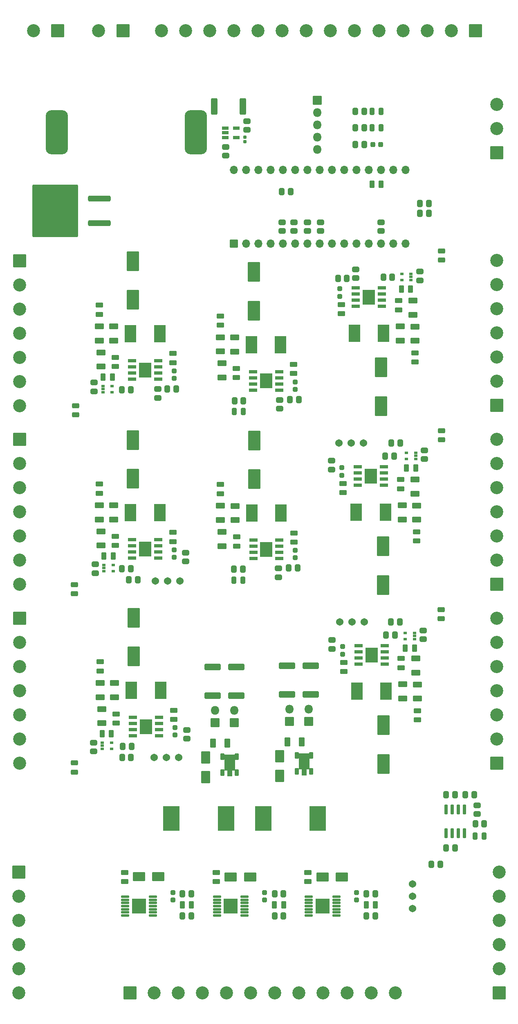
<source format=gbr>
%TF.GenerationSoftware,KiCad,Pcbnew,(7.0.0-0)*%
%TF.CreationDate,2023-04-05T17:09:17+01:00*%
%TF.ProjectId,pipcb,70697063-622e-46b6-9963-61645f706362,rev?*%
%TF.SameCoordinates,Original*%
%TF.FileFunction,Soldermask,Top*%
%TF.FilePolarity,Negative*%
%FSLAX46Y46*%
G04 Gerber Fmt 4.6, Leading zero omitted, Abs format (unit mm)*
G04 Created by KiCad (PCBNEW (7.0.0-0)) date 2023-04-05 17:09:17*
%MOMM*%
%LPD*%
G01*
G04 APERTURE LIST*
G04 Aperture macros list*
%AMRoundRect*
0 Rectangle with rounded corners*
0 $1 Rounding radius*
0 $2 $3 $4 $5 $6 $7 $8 $9 X,Y pos of 4 corners*
0 Add a 4 corners polygon primitive as box body*
4,1,4,$2,$3,$4,$5,$6,$7,$8,$9,$2,$3,0*
0 Add four circle primitives for the rounded corners*
1,1,$1+$1,$2,$3*
1,1,$1+$1,$4,$5*
1,1,$1+$1,$6,$7*
1,1,$1+$1,$8,$9*
0 Add four rect primitives between the rounded corners*
20,1,$1+$1,$2,$3,$4,$5,0*
20,1,$1+$1,$4,$5,$6,$7,0*
20,1,$1+$1,$6,$7,$8,$9,0*
20,1,$1+$1,$8,$9,$2,$3,0*%
G04 Aperture macros list end*
%ADD10C,0.001000*%
%ADD11C,1.540000*%
%ADD12RoundRect,0.300000X0.262500X0.450000X-0.262500X0.450000X-0.262500X-0.450000X0.262500X-0.450000X0*%
%ADD13RoundRect,0.300000X-0.450000X0.262500X-0.450000X-0.262500X0.450000X-0.262500X0.450000X0.262500X0*%
%ADD14C,2.700000*%
%ADD15RoundRect,0.050000X1.300000X1.300000X-1.300000X1.300000X-1.300000X-1.300000X1.300000X-1.300000X0*%
%ADD16RoundRect,0.300000X0.450000X-0.262500X0.450000X0.262500X-0.450000X0.262500X-0.450000X-0.262500X0*%
%ADD17RoundRect,0.050000X0.775000X0.300000X-0.775000X0.300000X-0.775000X-0.300000X0.775000X-0.300000X0*%
%ADD18R,2.600000X3.100000*%
%ADD19RoundRect,0.300000X-0.650000X0.325000X-0.650000X-0.325000X0.650000X-0.325000X0.650000X0.325000X0*%
%ADD20RoundRect,0.300000X-0.475000X0.250000X-0.475000X-0.250000X0.475000X-0.250000X0.475000X0.250000X0*%
%ADD21RoundRect,0.300000X-1.000000X1.750000X-1.000000X-1.750000X1.000000X-1.750000X1.000000X1.750000X0*%
%ADD22RoundRect,0.293750X-0.456250X0.243750X-0.456250X-0.243750X0.456250X-0.243750X0.456250X0.243750X0*%
%ADD23RoundRect,0.050000X1.300000X-1.300000X1.300000X1.300000X-1.300000X1.300000X-1.300000X-1.300000X0*%
%ADD24RoundRect,0.300000X-1.000000X-0.650000X1.000000X-0.650000X1.000000X0.650000X-1.000000X0.650000X0*%
%ADD25RoundRect,0.293750X0.456250X-0.243750X0.456250X0.243750X-0.456250X0.243750X-0.456250X-0.243750X0*%
%ADD26RoundRect,0.050000X0.325000X0.200000X-0.325000X0.200000X-0.325000X-0.200000X0.325000X-0.200000X0*%
%ADD27RoundRect,0.293750X-0.243750X-0.456250X0.243750X-0.456250X0.243750X0.456250X-0.243750X0.456250X0*%
%ADD28RoundRect,0.300000X0.475000X-0.250000X0.475000X0.250000X-0.475000X0.250000X-0.475000X-0.250000X0*%
%ADD29RoundRect,0.300000X-0.262500X-0.450000X0.262500X-0.450000X0.262500X0.450000X-0.262500X0.450000X0*%
%ADD30RoundRect,0.275000X-0.250000X0.225000X-0.250000X-0.225000X0.250000X-0.225000X0.250000X0.225000X0*%
%ADD31RoundRect,0.300000X0.650000X-0.325000X0.650000X0.325000X-0.650000X0.325000X-0.650000X-0.325000X0*%
%ADD32RoundRect,0.050000X0.340000X-0.600000X0.340000X0.600000X-0.340000X0.600000X-0.340000X-0.600000X0*%
%ADD33RoundRect,0.300000X1.000000X-1.750000X1.000000X1.750000X-1.000000X1.750000X-1.000000X-1.750000X0*%
%ADD34RoundRect,0.300000X-0.250000X-0.475000X0.250000X-0.475000X0.250000X0.475000X-0.250000X0.475000X0*%
%ADD35RoundRect,0.300000X0.250000X0.475000X-0.250000X0.475000X-0.250000X-0.475000X0.250000X-0.475000X0*%
%ADD36RoundRect,0.050000X-1.175000X-1.750000X1.175000X-1.750000X1.175000X1.750000X-1.175000X1.750000X0*%
%ADD37RoundRect,0.275000X0.250000X-0.225000X0.250000X0.225000X-0.250000X0.225000X-0.250000X-0.225000X0*%
%ADD38RoundRect,0.050000X1.175000X1.750000X-1.175000X1.750000X-1.175000X-1.750000X1.175000X-1.750000X0*%
%ADD39RoundRect,0.050000X-1.300000X-1.300000X1.300000X-1.300000X1.300000X1.300000X-1.300000X1.300000X0*%
%ADD40RoundRect,0.300000X-0.325000X-0.650000X0.325000X-0.650000X0.325000X0.650000X-0.325000X0.650000X0*%
%ADD41RoundRect,0.300000X-1.425000X0.362500X-1.425000X-0.362500X1.425000X-0.362500X1.425000X0.362500X0*%
%ADD42RoundRect,0.050000X1.650000X2.500000X-1.650000X2.500000X-1.650000X-2.500000X1.650000X-2.500000X0*%
%ADD43RoundRect,0.050000X-0.325000X-0.200000X0.325000X-0.200000X0.325000X0.200000X-0.325000X0.200000X0*%
%ADD44RoundRect,0.300000X2.050000X0.300000X-2.050000X0.300000X-2.050000X-0.300000X2.050000X-0.300000X0*%
%ADD45RoundRect,0.300002X4.449998X5.149998X-4.449998X5.149998X-4.449998X-5.149998X4.449998X-5.149998X0*%
%ADD46RoundRect,0.050000X-0.775000X-0.300000X0.775000X-0.300000X0.775000X0.300000X-0.775000X0.300000X0*%
%ADD47RoundRect,0.050000X-1.300000X1.300000X-1.300000X-1.300000X1.300000X-1.300000X1.300000X1.300000X0*%
%ADD48RoundRect,0.293750X0.243750X0.456250X-0.243750X0.456250X-0.243750X-0.456250X0.243750X-0.456250X0*%
%ADD49RoundRect,0.200000X0.150000X-0.825000X0.150000X0.825000X-0.150000X0.825000X-0.150000X-0.825000X0*%
%ADD50O,1.800000X1.800000*%
%ADD51RoundRect,0.050000X0.850000X0.850000X-0.850000X0.850000X-0.850000X-0.850000X0.850000X-0.850000X0*%
%ADD52RoundRect,0.300000X-0.650000X1.000000X-0.650000X-1.000000X0.650000X-1.000000X0.650000X1.000000X0*%
%ADD53RoundRect,0.150000X0.687500X0.100000X-0.687500X0.100000X-0.687500X-0.100000X0.687500X-0.100000X0*%
%ADD54R,3.000000X3.100000*%
%ADD55RoundRect,0.200000X-0.512500X-0.150000X0.512500X-0.150000X0.512500X0.150000X-0.512500X0.150000X0*%
%ADD56RoundRect,0.050000X-0.850000X-0.850000X0.850000X-0.850000X0.850000X0.850000X-0.850000X0.850000X0*%
%ADD57RoundRect,0.300000X0.362500X1.425000X-0.362500X1.425000X-0.362500X-1.425000X0.362500X-1.425000X0*%
%ADD58RoundRect,0.268750X0.218750X0.256250X-0.218750X0.256250X-0.218750X-0.256250X0.218750X-0.256250X0*%
%ADD59RoundRect,0.190000X-0.170000X0.140000X-0.170000X-0.140000X0.170000X-0.140000X0.170000X0.140000X0*%
%ADD60RoundRect,1.175000X-1.125000X-3.375000X1.125000X-3.375000X1.125000X3.375000X-1.125000X3.375000X0*%
%ADD61O,1.700000X1.700000*%
%ADD62RoundRect,0.050000X0.800000X-0.800000X0.800000X0.800000X-0.800000X0.800000X-0.800000X-0.800000X0*%
G04 APERTURE END LIST*
%TO.C,U22*%
G36*
X65605001Y-118177500D02*
G01*
X64980001Y-118177500D01*
X64980001Y-119377500D01*
X64100001Y-119377500D01*
X64100001Y-118177500D01*
X63475001Y-118177500D01*
X63475001Y-114927500D01*
X65605001Y-114927500D01*
X65605001Y-118177500D01*
G37*
D10*
X65605001Y-118177500D02*
X64980001Y-118177500D01*
X64980001Y-119377500D01*
X64100001Y-119377500D01*
X64100001Y-118177500D01*
X63475001Y-118177500D01*
X63475001Y-114927500D01*
X65605001Y-114927500D01*
X65605001Y-118177500D01*
%TO.C,U13*%
G36*
X50205000Y-118415000D02*
G01*
X49580000Y-118415000D01*
X49580000Y-119615000D01*
X48700000Y-119615000D01*
X48700000Y-118415000D01*
X48075000Y-118415000D01*
X48075000Y-115165000D01*
X50205000Y-115165000D01*
X50205000Y-118415000D01*
G37*
X50205000Y-118415000D02*
X49580000Y-118415000D01*
X49580000Y-119615000D01*
X48700000Y-119615000D01*
X48700000Y-118415000D01*
X48075000Y-118415000D01*
X48075000Y-115165000D01*
X50205000Y-115165000D01*
X50205000Y-118415000D01*
%TD*%
D11*
%TO.C,RV6*%
X33790000Y-79250000D03*
X36330000Y-79250000D03*
X38870000Y-79250000D03*
%TD*%
%TO.C,RV9*%
X77040000Y-87750000D03*
X74500000Y-87750000D03*
X71960000Y-87750000D03*
%TD*%
%TO.C,RV7*%
X76870000Y-50750000D03*
X74330000Y-50750000D03*
X71790000Y-50750000D03*
%TD*%
%TO.C,RV8*%
X33500000Y-115750000D03*
X36040000Y-115750000D03*
X38580000Y-115750000D03*
%TD*%
%TO.C,RV1*%
X87000000Y-146980000D03*
X87000000Y-144440000D03*
X87000000Y-141900000D03*
%TD*%
D12*
%TO.C,R23*%
X81377500Y-53500000D03*
X83202500Y-53500000D03*
%TD*%
D13*
%TO.C,R2*%
X68000000Y-6912500D03*
X68000000Y-5087500D03*
%TD*%
D14*
%TO.C,J1*%
X22040000Y34500000D03*
D15*
X27040000Y34500000D03*
%TD*%
D16*
%TO.C,R58*%
X40290000Y-110087500D03*
X40290000Y-111912500D03*
%TD*%
D17*
%TO.C,U17*%
X75690000Y-59505000D03*
X75690000Y-58235000D03*
X75690000Y-56965000D03*
X75690000Y-55695000D03*
X81090000Y-55695000D03*
X81090000Y-56965000D03*
X81090000Y-58235000D03*
X81090000Y-59505000D03*
D18*
X78389999Y-57599999D03*
%TD*%
D12*
%TO.C,R59*%
X82540000Y-87750000D03*
X84365000Y-87750000D03*
%TD*%
D19*
%TO.C,C86*%
X47246250Y-66675000D03*
X47246250Y-63725000D03*
%TD*%
D20*
%TO.C,C84*%
X62471250Y-71250000D03*
X62471250Y-69350000D03*
%TD*%
D21*
%TO.C,C102*%
X80890000Y-80125000D03*
X80890000Y-72125000D03*
%TD*%
D22*
%TO.C,D10*%
X17040000Y-81937500D03*
X17040000Y-80062500D03*
%TD*%
D14*
%TO.C,J5*%
X104500000Y-50000000D03*
X104500000Y-55000000D03*
X104500000Y-60000000D03*
X104500000Y-65000000D03*
X104500000Y-70000000D03*
X104500000Y-75000000D03*
D23*
X104500000Y-80000000D03*
%TD*%
D24*
%TO.C,D7*%
X53387500Y-140500000D03*
X49387500Y-140500000D03*
%TD*%
D25*
%TO.C,D11*%
X93040000Y-48212500D03*
X93040000Y-50087500D03*
%TD*%
D21*
%TO.C,C100*%
X80489999Y-43125000D03*
X80489999Y-35125000D03*
%TD*%
D26*
%TO.C,U9*%
X85790000Y-54050000D03*
X85790000Y-52750000D03*
X87690000Y-52750000D03*
X87690000Y-53400000D03*
X87690000Y-54050000D03*
%TD*%
D27*
%TO.C,D15*%
X51977500Y-44250000D03*
X50102500Y-44250000D03*
%TD*%
D28*
%TO.C,C3*%
X27387500Y-139550000D03*
X27387500Y-141450000D03*
%TD*%
D29*
%TO.C,R11*%
X41212500Y-144000000D03*
X39387500Y-144000000D03*
%TD*%
D30*
%TO.C,C89*%
X62746250Y-74500000D03*
X62746250Y-72950000D03*
%TD*%
D29*
%TO.C,R14*%
X79300000Y-148500000D03*
X77475000Y-148500000D03*
%TD*%
%TO.C,R22*%
X28662500Y-76750000D03*
X26837500Y-76750000D03*
%TD*%
D31*
%TO.C,C82*%
X47596250Y-69100000D03*
X47596250Y-72050000D03*
%TD*%
D19*
%TO.C,C94*%
X47190000Y-31825000D03*
X47190000Y-28875000D03*
%TD*%
D32*
%TO.C,U22*%
X63040001Y-115377500D03*
X66040001Y-115377500D03*
X66040001Y-118677500D03*
X63040001Y-118677500D03*
%TD*%
D19*
%TO.C,C58*%
X87540000Y-61250000D03*
X87540000Y-58300000D03*
%TD*%
D13*
%TO.C,R54*%
X70290000Y-56250000D03*
X70290000Y-54425000D03*
%TD*%
D12*
%TO.C,R25*%
X81517500Y-90500000D03*
X83342500Y-90500000D03*
%TD*%
D16*
%TO.C,R69*%
X48290000Y10500000D03*
X48290000Y8675000D03*
%TD*%
D26*
%TO.C,U7*%
X84790000Y-17050000D03*
X84790000Y-15750000D03*
X86690000Y-15750000D03*
X86690000Y-16400000D03*
X86690000Y-17050000D03*
%TD*%
D33*
%TO.C,C101*%
X29150000Y-50125000D03*
X29150000Y-58125000D03*
%TD*%
D28*
%TO.C,C53*%
X22150000Y-59225000D03*
X22150000Y-61125000D03*
%TD*%
D20*
%TO.C,C59*%
X84540000Y-60200000D03*
X84540000Y-58300000D03*
%TD*%
D29*
%TO.C,R62*%
X63202500Y-76600000D03*
X61377500Y-76600000D03*
%TD*%
D34*
%TO.C,C12*%
X86640000Y-18900000D03*
X84740000Y-18900000D03*
%TD*%
D35*
%TO.C,C13*%
X23140000Y-74100000D03*
X25040000Y-74100000D03*
%TD*%
D20*
%TO.C,C52*%
X37375000Y-71150000D03*
X37375000Y-69250000D03*
%TD*%
D28*
%TO.C,C69*%
X22315000Y-95975000D03*
X22315000Y-97875000D03*
%TD*%
D36*
%TO.C,L19*%
X81555000Y-102100000D03*
X75505000Y-102100000D03*
%TD*%
D28*
%TO.C,C51*%
X25500000Y-70050000D03*
X25500000Y-71950000D03*
%TD*%
D37*
%TO.C,C65*%
X72390000Y-55850000D03*
X72390000Y-57400000D03*
%TD*%
D30*
%TO.C,C7*%
X56387500Y-145275000D03*
X56387500Y-143725000D03*
%TD*%
D35*
%TO.C,C11*%
X22940000Y-37100000D03*
X24840000Y-37100000D03*
%TD*%
D31*
%TO.C,C90*%
X47540000Y-34250000D03*
X47540000Y-37200000D03*
%TD*%
%TO.C,C50*%
X22500000Y-69000000D03*
X22500000Y-71950000D03*
%TD*%
D24*
%TO.C,D6*%
X34387500Y-140450000D03*
X30387500Y-140450000D03*
%TD*%
D22*
%TO.C,D12*%
X17040000Y-118787500D03*
X17040000Y-116912500D03*
%TD*%
D16*
%TO.C,R20*%
X100375000Y-125675000D03*
X100375000Y-127500000D03*
%TD*%
D29*
%TO.C,R55*%
X30115000Y-79000000D03*
X28290000Y-79000000D03*
%TD*%
D31*
%TO.C,C66*%
X22665000Y-105750000D03*
X22665000Y-108700000D03*
%TD*%
D19*
%TO.C,C42*%
X87140000Y-24250000D03*
X87140000Y-21300000D03*
%TD*%
D31*
%TO.C,C47*%
X84489999Y-26650000D03*
X84489999Y-29600000D03*
%TD*%
D34*
%TO.C,C16*%
X87440000Y-93150000D03*
X85540000Y-93150000D03*
%TD*%
D26*
%TO.C,U11*%
X85540000Y-91300000D03*
X85540000Y-90000000D03*
X87440000Y-90000000D03*
X87440000Y-90650000D03*
X87440000Y-91300000D03*
%TD*%
D20*
%TO.C,C36*%
X37375000Y-34150000D03*
X37375000Y-32250000D03*
%TD*%
D17*
%TO.C,U19*%
X75830000Y-96505000D03*
X75830000Y-95235000D03*
X75830000Y-93965000D03*
X75830000Y-92695000D03*
X81230000Y-92695000D03*
X81230000Y-93965000D03*
X81230000Y-95235000D03*
X81230000Y-96505000D03*
D18*
X78529999Y-94599999D03*
%TD*%
D14*
%TO.C,J7*%
X104500000Y-87000000D03*
X104500000Y-92000000D03*
X104500000Y-97000000D03*
X104500000Y-102000000D03*
X104500000Y-107000000D03*
X104500000Y-112000000D03*
D23*
X104500000Y-117000000D03*
%TD*%
D38*
%TO.C,L14*%
X28625000Y-28150000D03*
X34675000Y-28150000D03*
%TD*%
D14*
%TO.C,J10*%
X104500000Y19250000D03*
X104500000Y14250000D03*
D23*
X104500000Y9250000D03*
%TD*%
D30*
%TO.C,C97*%
X62690000Y-39650000D03*
X62690000Y-38100000D03*
%TD*%
D13*
%TO.C,R4*%
X65250000Y-6912500D03*
X65250000Y-5087500D03*
%TD*%
D20*
%TO.C,C77*%
X88030000Y-108025000D03*
X88030000Y-106125000D03*
%TD*%
D30*
%TO.C,C57*%
X37650000Y-74400000D03*
X37650000Y-72850000D03*
%TD*%
D12*
%TO.C,R46*%
X59965000Y1250000D03*
X61790000Y1250000D03*
%TD*%
D16*
%TO.C,R30*%
X21340000Y-75850000D03*
X21340000Y-77675000D03*
%TD*%
D13*
%TO.C,R60*%
X70340000Y-93312500D03*
X70340000Y-91487500D03*
%TD*%
D20*
%TO.C,C68*%
X37540000Y-107900000D03*
X37540000Y-106000000D03*
%TD*%
D14*
%TO.C,J11*%
X83500000Y-164500000D03*
X78500000Y-164500000D03*
X73500000Y-164500000D03*
X68500000Y-164500000D03*
X63500000Y-164500000D03*
X58500000Y-164500000D03*
X53500000Y-164500000D03*
X48500000Y-164500000D03*
X43500000Y-164500000D03*
X38500000Y-164500000D03*
X33500000Y-164500000D03*
D39*
X28500000Y-164500000D03*
%TD*%
D40*
%TO.C,C32*%
X48690000Y-112800000D03*
X45740000Y-112800000D03*
%TD*%
D41*
%TO.C,R68*%
X61050001Y-102725000D03*
X61050001Y-96800000D03*
%TD*%
D28*
%TO.C,C76*%
X72805000Y-96100000D03*
X72805000Y-98000000D03*
%TD*%
D42*
%TO.C,L23*%
X56090000Y-128400000D03*
X67390000Y-128400000D03*
%TD*%
D31*
%TO.C,C78*%
X88030000Y-100675000D03*
X88030000Y-103625000D03*
%TD*%
D34*
%TO.C,C2*%
X41250000Y-146250000D03*
X39350000Y-146250000D03*
%TD*%
D33*
%TO.C,C106*%
X54190000Y-15375000D03*
X54190000Y-23375000D03*
%TD*%
D43*
%TO.C,U6*%
X24790000Y-38950000D03*
X24790000Y-40250000D03*
X22890000Y-40250000D03*
X22890000Y-39600000D03*
X22890000Y-38950000D03*
%TD*%
D28*
%TO.C,C85*%
X47246250Y-59325000D03*
X47246250Y-61225000D03*
%TD*%
D44*
%TO.C,Q1*%
X22190000Y-210000D03*
D45*
X13040000Y-2750000D03*
D44*
X22190000Y-5290000D03*
%TD*%
D46*
%TO.C,U16*%
X34350000Y-70745000D03*
X34350000Y-72015000D03*
X34350000Y-73285000D03*
X34350000Y-74555000D03*
X28950000Y-74555000D03*
X28950000Y-73285000D03*
X28950000Y-72015000D03*
X28950000Y-70745000D03*
D18*
X31649999Y-72649999D03*
%TD*%
D14*
%TO.C,J9*%
X5500000Y-164500000D03*
X5500000Y-159500000D03*
X5500000Y-154500000D03*
X5500000Y-149500000D03*
X5500000Y-144500000D03*
D47*
X5500000Y-139500000D03*
%TD*%
D20*
%TO.C,C45*%
X87489999Y-34025000D03*
X87489999Y-32125000D03*
%TD*%
D29*
%TO.C,R13*%
X60300000Y-144000000D03*
X58475000Y-144000000D03*
%TD*%
D31*
%TO.C,C46*%
X87490000Y-26675000D03*
X87490000Y-29625000D03*
%TD*%
D19*
%TO.C,C54*%
X22150000Y-66575000D03*
X22150000Y-63625000D03*
%TD*%
D48*
%TO.C,D3*%
X78665000Y14416668D03*
X80540000Y14416668D03*
%TD*%
D16*
%TO.C,R48*%
X34250000Y-39587500D03*
X34250000Y-41412500D03*
%TD*%
D49*
%TO.C,U5*%
X93970000Y-126525000D03*
X95240000Y-126525000D03*
X96510000Y-126525000D03*
X97780000Y-126525000D03*
X97780000Y-131475000D03*
X96510000Y-131475000D03*
X95240000Y-131475000D03*
X93970000Y-131475000D03*
%TD*%
D14*
%TO.C,J3*%
X104500000Y-13000000D03*
X104500000Y-18000000D03*
X104500000Y-23000000D03*
X104500000Y-28000000D03*
X104500000Y-33000000D03*
X104500000Y-38000000D03*
D23*
X104500000Y-43000000D03*
%TD*%
D13*
%TO.C,R50*%
X75250000Y-16662500D03*
X75250000Y-14837500D03*
%TD*%
%TO.C,R33*%
X89240000Y-91312500D03*
X89240000Y-89487500D03*
%TD*%
D16*
%TO.C,R70*%
X52740000Y15815000D03*
X52740000Y13990000D03*
%TD*%
D20*
%TO.C,C61*%
X87890000Y-71025000D03*
X87890000Y-69125000D03*
%TD*%
D12*
%TO.C,R52*%
X71587500Y-16750000D03*
X73412500Y-16750000D03*
%TD*%
D31*
%TO.C,C63*%
X84890000Y-63650000D03*
X84890000Y-66600000D03*
%TD*%
D12*
%TO.C,R53*%
X82627500Y-50750000D03*
X84452500Y-50750000D03*
%TD*%
D19*
%TO.C,C39*%
X22150000Y-29575000D03*
X22150000Y-26625000D03*
%TD*%
D16*
%TO.C,R28*%
X21040000Y-38250000D03*
X21040000Y-40075000D03*
%TD*%
%TO.C,R63*%
X59540000Y-41837500D03*
X59540000Y-43662500D03*
%TD*%
D14*
%TO.C,J13*%
X8540000Y34500000D03*
D15*
X13540000Y34500000D03*
%TD*%
D42*
%TO.C,L22*%
X37090000Y-128400000D03*
X48390000Y-128400000D03*
%TD*%
D29*
%TO.C,R5*%
X28662500Y-39750000D03*
X26837500Y-39750000D03*
%TD*%
%TO.C,R17*%
X95825000Y-134500000D03*
X94000000Y-134500000D03*
%TD*%
D50*
%TO.C,JP2*%
X46139999Y-106059999D03*
D51*
X46140000Y-108600000D03*
%TD*%
D27*
%TO.C,D14*%
X51915000Y-79100000D03*
X50040000Y-79100000D03*
%TD*%
D28*
%TO.C,C38*%
X22150000Y-22225000D03*
X22150000Y-24125000D03*
%TD*%
D38*
%TO.C,L16*%
X28625000Y-65150000D03*
X34675000Y-65150000D03*
%TD*%
D52*
%TO.C,D17*%
X44140000Y-119800000D03*
X44140000Y-115800000D03*
%TD*%
D53*
%TO.C,U3*%
X65525000Y-148450000D03*
X65525000Y-147800000D03*
X65525000Y-147150000D03*
X65525000Y-146500000D03*
X65525000Y-145850000D03*
X65525000Y-145200000D03*
X65525000Y-144550000D03*
X71250000Y-144550000D03*
X71250000Y-145200000D03*
X71250000Y-145850000D03*
X71250000Y-146500000D03*
X71250000Y-147150000D03*
X71250000Y-147800000D03*
X71250000Y-148450000D03*
D54*
X68387499Y-146499999D03*
%TD*%
D25*
%TO.C,D9*%
X93040000Y-11062500D03*
X93040000Y-12937500D03*
%TD*%
D12*
%TO.C,R21*%
X80977500Y-16500001D03*
X82802500Y-16500001D03*
%TD*%
D40*
%TO.C,C33*%
X64090001Y-112562500D03*
X61140001Y-112562500D03*
%TD*%
D46*
%TO.C,U21*%
X59390000Y-35995000D03*
X59390000Y-37265000D03*
X59390000Y-38535000D03*
X59390000Y-39805000D03*
X53990000Y-39805000D03*
X53990000Y-38535000D03*
X53990000Y-37265000D03*
X53990000Y-35995000D03*
D18*
X56689999Y-37899999D03*
%TD*%
D25*
%TO.C,D13*%
X92940000Y-85212500D03*
X92940000Y-87087500D03*
%TD*%
D29*
%TO.C,R49*%
X38075000Y-39587500D03*
X36250000Y-39587500D03*
%TD*%
D46*
%TO.C,U18*%
X34515000Y-107495000D03*
X34515000Y-108765000D03*
X34515000Y-110035000D03*
X34515000Y-111305000D03*
X29115000Y-111305000D03*
X29115000Y-110035000D03*
X29115000Y-108765000D03*
X29115000Y-107495000D03*
D18*
X31814999Y-109399999D03*
%TD*%
D41*
%TO.C,R65*%
X65940000Y-102725000D03*
X65940000Y-96800000D03*
%TD*%
D13*
%TO.C,R29*%
X88540000Y-17125000D03*
X88540000Y-15300000D03*
%TD*%
D14*
%TO.C,J2*%
X5640000Y-43050000D03*
X5640000Y-38050000D03*
X5640000Y-33050000D03*
X5640000Y-28050000D03*
X5640000Y-23050000D03*
X5640000Y-18050000D03*
D47*
X5640000Y-13050000D03*
%TD*%
D43*
%TO.C,U8*%
X25040000Y-75950000D03*
X25040000Y-77250000D03*
X23140000Y-77250000D03*
X23140000Y-76600000D03*
X23140000Y-75950000D03*
%TD*%
D38*
%TO.C,L21*%
X53665000Y-30400000D03*
X59715000Y-30400000D03*
%TD*%
D19*
%TO.C,C74*%
X87680000Y-98250000D03*
X87680000Y-95300000D03*
%TD*%
D28*
%TO.C,C60*%
X72665000Y-59100000D03*
X72665000Y-61000000D03*
%TD*%
D33*
%TO.C,C105*%
X54246250Y-50225000D03*
X54246250Y-58225000D03*
%TD*%
D55*
%TO.C,U14*%
X50502500Y14350000D03*
X50502500Y12450000D03*
X48227500Y12450000D03*
X48227500Y13400000D03*
X48227500Y14350000D03*
%TD*%
D28*
%TO.C,C44*%
X72265000Y-22099999D03*
X72265000Y-23999999D03*
%TD*%
D53*
%TO.C,U2*%
X46525000Y-148450000D03*
X46525000Y-147800000D03*
X46525000Y-147150000D03*
X46525000Y-146500000D03*
X46525000Y-145850000D03*
X46525000Y-145200000D03*
X46525000Y-144550000D03*
X52250000Y-144550000D03*
X52250000Y-145200000D03*
X52250000Y-145850000D03*
X52250000Y-146500000D03*
X52250000Y-147150000D03*
X52250000Y-147800000D03*
X52250000Y-148450000D03*
D54*
X49387499Y-146499999D03*
%TD*%
D14*
%TO.C,J4*%
X5640000Y-79999999D03*
X5640000Y-74999999D03*
X5640000Y-69999999D03*
X5640000Y-64999999D03*
X5640000Y-59999999D03*
X5640000Y-54999999D03*
D47*
X5640000Y-49999999D03*
%TD*%
D50*
%TO.C,JP1*%
X50139999Y-106059999D03*
D51*
X50140000Y-108600000D03*
%TD*%
D29*
%TO.C,R18*%
X95787500Y-123500000D03*
X93962500Y-123500000D03*
%TD*%
D46*
%TO.C,U4*%
X34350000Y-33745000D03*
X34350000Y-35015000D03*
X34350000Y-36285000D03*
X34350000Y-37555000D03*
X28950000Y-37555000D03*
X28950000Y-36285000D03*
X28950000Y-35015000D03*
X28950000Y-33745000D03*
D18*
X31649999Y-35649999D03*
%TD*%
D16*
%TO.C,R61*%
X59290000Y-76687500D03*
X59290000Y-78512500D03*
%TD*%
D43*
%TO.C,U10*%
X24690000Y-112700000D03*
X24690000Y-114000000D03*
X22790000Y-114000000D03*
X22790000Y-113350000D03*
X22790000Y-112700000D03*
%TD*%
D24*
%TO.C,D8*%
X72387500Y-140500000D03*
X68387500Y-140500000D03*
%TD*%
D28*
%TO.C,C6*%
X46387500Y-139550000D03*
X46387500Y-141450000D03*
%TD*%
D19*
%TO.C,C71*%
X25315000Y-103350000D03*
X25315000Y-100400000D03*
%TD*%
D20*
%TO.C,C92*%
X62415000Y-36400000D03*
X62415000Y-34500000D03*
%TD*%
D12*
%TO.C,R26*%
X50040000Y-76850000D03*
X51865000Y-76850000D03*
%TD*%
D28*
%TO.C,C93*%
X47190000Y-24475000D03*
X47190000Y-26375000D03*
%TD*%
D12*
%TO.C,R47*%
X90915000Y-137900000D03*
X92740000Y-137900000D03*
%TD*%
D30*
%TO.C,C35*%
X37650000Y-37400000D03*
X37650000Y-35850000D03*
%TD*%
D46*
%TO.C,U20*%
X59446250Y-70845000D03*
X59446250Y-72115000D03*
X59446250Y-73385000D03*
X59446250Y-74655000D03*
X54046250Y-74655000D03*
X54046250Y-73385000D03*
X54046250Y-72115000D03*
X54046250Y-70845000D03*
D18*
X56746249Y-72749999D03*
%TD*%
D52*
%TO.C,D16*%
X59540001Y-119562500D03*
X59540001Y-115562500D03*
%TD*%
D41*
%TO.C,R66*%
X50540000Y-102962500D03*
X50540000Y-97037500D03*
%TD*%
D32*
%TO.C,U13*%
X47640000Y-115615000D03*
X50640000Y-115615000D03*
X50640000Y-118915000D03*
X47640000Y-118915000D03*
%TD*%
D20*
%TO.C,C43*%
X84140000Y-23200000D03*
X84140000Y-21300000D03*
%TD*%
D29*
%TO.C,R24*%
X28827500Y-113500000D03*
X27002500Y-113500000D03*
%TD*%
%TO.C,R10*%
X41212500Y-148500000D03*
X39387500Y-148500000D03*
%TD*%
D50*
%TO.C,J14*%
X67289999Y9919999D03*
X67289999Y12459999D03*
X67289999Y14999999D03*
X67289999Y17539999D03*
D56*
X67290000Y20080000D03*
%TD*%
D33*
%TO.C,C99*%
X29150000Y-13125000D03*
X29150000Y-21125000D03*
%TD*%
D19*
%TO.C,C95*%
X50190000Y-31850000D03*
X50190000Y-28900000D03*
%TD*%
D27*
%TO.C,D4*%
X101875000Y-132000000D03*
X100000000Y-132000000D03*
%TD*%
D12*
%TO.C,R7*%
X75167500Y14416668D03*
X76992500Y14416668D03*
%TD*%
D31*
%TO.C,C62*%
X87890000Y-63675000D03*
X87890000Y-66625000D03*
%TD*%
D34*
%TO.C,C5*%
X60337500Y-146250000D03*
X58437500Y-146250000D03*
%TD*%
D17*
%TO.C,U15*%
X75290000Y-22505000D03*
X75290000Y-21235000D03*
X75290000Y-19965000D03*
X75290000Y-18695000D03*
X80690000Y-18695000D03*
X80690000Y-19965000D03*
X80690000Y-21235000D03*
X80690000Y-22505000D03*
D18*
X77989999Y-20599999D03*
%TD*%
D57*
%TO.C,R51*%
X45952500Y18840000D03*
X51877500Y18840000D03*
%TD*%
D48*
%TO.C,D2*%
X78665000Y17833334D03*
X80540000Y17833334D03*
%TD*%
D58*
%TO.C,D5*%
X78815000Y11000000D03*
X80390000Y11000000D03*
%TD*%
D53*
%TO.C,U1*%
X27525000Y-148450000D03*
X27525000Y-147800000D03*
X27525000Y-147150000D03*
X27525000Y-146500000D03*
X27525000Y-145850000D03*
X27525000Y-145200000D03*
X27525000Y-144550000D03*
X33250000Y-144550000D03*
X33250000Y-145200000D03*
X33250000Y-145850000D03*
X33250000Y-146500000D03*
X33250000Y-147150000D03*
X33250000Y-147800000D03*
X33250000Y-148450000D03*
D54*
X30387499Y-146499999D03*
%TD*%
D16*
%TO.C,R32*%
X20990000Y-112687500D03*
X20990000Y-114512500D03*
%TD*%
D31*
%TO.C,C37*%
X22500000Y-32000000D03*
X22500000Y-34950000D03*
%TD*%
D28*
%TO.C,C83*%
X50596250Y-70150000D03*
X50596250Y-72050000D03*
%TD*%
D37*
%TO.C,C49*%
X71990000Y-18850000D03*
X71990000Y-20400000D03*
%TD*%
D34*
%TO.C,C8*%
X79337500Y-146250000D03*
X77437500Y-146250000D03*
%TD*%
D19*
%TO.C,C87*%
X50246250Y-66700000D03*
X50246250Y-63750000D03*
%TD*%
D14*
%TO.C,J6*%
X5640000Y-117000000D03*
X5640000Y-112000000D03*
X5640000Y-107000000D03*
X5640000Y-102000000D03*
X5640000Y-97000000D03*
X5640000Y-92000000D03*
D47*
X5640000Y-87000000D03*
%TD*%
D29*
%TO.C,R42*%
X90412500Y-1250000D03*
X88587500Y-1250000D03*
%TD*%
D38*
%TO.C,L18*%
X28790000Y-101900000D03*
X34840000Y-101900000D03*
%TD*%
D29*
%TO.C,R64*%
X63452500Y-41750000D03*
X61627500Y-41750000D03*
%TD*%
D37*
%TO.C,C81*%
X72530000Y-92850000D03*
X72530000Y-94400000D03*
%TD*%
D21*
%TO.C,C104*%
X81030000Y-117125000D03*
X81030000Y-109125000D03*
%TD*%
D19*
%TO.C,C40*%
X25150000Y-29600000D03*
X25150000Y-26650000D03*
%TD*%
D38*
%TO.C,L20*%
X53721250Y-65250000D03*
X59771250Y-65250000D03*
%TD*%
D31*
%TO.C,C79*%
X85030000Y-100650000D03*
X85030000Y-103600000D03*
%TD*%
D12*
%TO.C,R44*%
X88587500Y-3250000D03*
X90412500Y-3250000D03*
%TD*%
D34*
%TO.C,C14*%
X87690000Y-55900000D03*
X85790000Y-55900000D03*
%TD*%
D29*
%TO.C,R19*%
X99787500Y-123500000D03*
X97962500Y-123500000D03*
%TD*%
D36*
%TO.C,L15*%
X81015000Y-28100000D03*
X74965000Y-28100000D03*
%TD*%
D59*
%TO.C,C98*%
X52290000Y11540000D03*
X52290000Y12500000D03*
%TD*%
D50*
%TO.C,JP4*%
X61540000Y-105822499D03*
D51*
X61540001Y-108362500D03*
%TD*%
D28*
%TO.C,C67*%
X25665000Y-106800000D03*
X25665000Y-108700000D03*
%TD*%
D13*
%TO.C,R3*%
X80500000Y-6912500D03*
X80500000Y-5087500D03*
%TD*%
D60*
%TO.C,SW1*%
X42190000Y13500000D03*
X13390000Y13500000D03*
%TD*%
D14*
%TO.C,J12*%
X105000000Y-139500000D03*
X105000000Y-144500000D03*
X105000000Y-149500000D03*
X105000000Y-154500000D03*
X105000000Y-159500000D03*
D23*
X105000000Y-164500000D03*
%TD*%
D61*
%TO.C,A1*%
X49999999Y5739999D03*
X52539999Y5739999D03*
X55079999Y5739999D03*
X57619999Y5739999D03*
X60159999Y5739999D03*
X62699999Y5739999D03*
X65239999Y5739999D03*
X67779999Y5739999D03*
X70319999Y5739999D03*
X72859999Y5739999D03*
X75399999Y5739999D03*
X77939999Y5739999D03*
X80479999Y5739999D03*
X83019999Y5739999D03*
X85559999Y5739999D03*
X85559999Y-9499999D03*
X83019999Y-9499999D03*
X80479999Y-9499999D03*
X77939999Y-9499999D03*
X75399999Y-9499999D03*
X72859999Y-9499999D03*
X70319999Y-9499999D03*
X67779999Y-9499999D03*
X65239999Y-9499999D03*
X62699999Y-9499999D03*
X60159999Y-9499999D03*
X57619999Y-9499999D03*
X55079999Y-9499999D03*
X52539999Y-9499999D03*
D62*
X50000000Y-9500000D03*
%TD*%
D28*
%TO.C,C91*%
X50540000Y-35300000D03*
X50540000Y-37200000D03*
%TD*%
D29*
%TO.C,R15*%
X79300000Y-144000000D03*
X77475000Y-144000000D03*
%TD*%
%TO.C,R57*%
X28702500Y-115750000D03*
X26877500Y-115750000D03*
%TD*%
D35*
%TO.C,C15*%
X22740000Y-110850000D03*
X24640000Y-110850000D03*
%TD*%
D16*
%TO.C,R56*%
X40040000Y-73425000D03*
X40040000Y-75250000D03*
%TD*%
D36*
%TO.C,L17*%
X81415000Y-65100000D03*
X75365000Y-65100000D03*
%TD*%
D22*
%TO.C,D1*%
X17250000Y-44937500D03*
X17250000Y-43062500D03*
%TD*%
D14*
%TO.C,J8*%
X35040000Y34500000D03*
X40040000Y34500000D03*
X45040000Y34500000D03*
X50040000Y34500000D03*
X55040000Y34500000D03*
X60040000Y34500000D03*
X65040000Y34500000D03*
X70040000Y34500000D03*
X75040000Y34500000D03*
X80040000Y34500000D03*
X85040000Y34500000D03*
X90040000Y34500000D03*
X95040000Y34500000D03*
D15*
X100040000Y34500000D03*
%TD*%
D19*
%TO.C,C70*%
X22315000Y-103325000D03*
X22315000Y-100375000D03*
%TD*%
D20*
%TO.C,C75*%
X84680000Y-97200000D03*
X84680000Y-95300000D03*
%TD*%
D50*
%TO.C,JP3*%
X65539999Y-105822499D03*
D51*
X65540000Y-108362500D03*
%TD*%
D33*
%TO.C,C103*%
X29315000Y-86875000D03*
X29315000Y-94875000D03*
%TD*%
D12*
%TO.C,R9*%
X75167500Y11000000D03*
X76992500Y11000000D03*
%TD*%
D28*
%TO.C,C34*%
X25500000Y-33050000D03*
X25500000Y-34950000D03*
%TD*%
D19*
%TO.C,C55*%
X25150000Y-66600000D03*
X25150000Y-63650000D03*
%TD*%
D41*
%TO.C,R67*%
X45650000Y-102962500D03*
X45650000Y-97037500D03*
%TD*%
D30*
%TO.C,C4*%
X37387500Y-145275000D03*
X37387500Y-143725000D03*
%TD*%
D13*
%TO.C,R31*%
X89440000Y-54062500D03*
X89440000Y-52237500D03*
%TD*%
%TO.C,R1*%
X60000000Y-6912500D03*
X60000000Y-5087500D03*
%TD*%
D12*
%TO.C,R6*%
X75167500Y17833334D03*
X76992500Y17833334D03*
%TD*%
D30*
%TO.C,C10*%
X75387500Y-145275000D03*
X75387500Y-143725000D03*
%TD*%
D12*
%TO.C,R8*%
X100050000Y-129500000D03*
X101875000Y-129500000D03*
%TD*%
D29*
%TO.C,R12*%
X60300000Y-148500000D03*
X58475000Y-148500000D03*
%TD*%
D28*
%TO.C,C9*%
X65387500Y-139550000D03*
X65387500Y-141450000D03*
%TD*%
D35*
%TO.C,C1*%
X78600000Y2750000D03*
X80500000Y2750000D03*
%TD*%
D30*
%TO.C,C73*%
X37815000Y-111150000D03*
X37815000Y-109600000D03*
%TD*%
D12*
%TO.C,R27*%
X50152500Y-42000000D03*
X51977500Y-42000000D03*
%TD*%
D13*
%TO.C,R16*%
X62500000Y-6912500D03*
X62500000Y-5087500D03*
%TD*%
M02*

</source>
